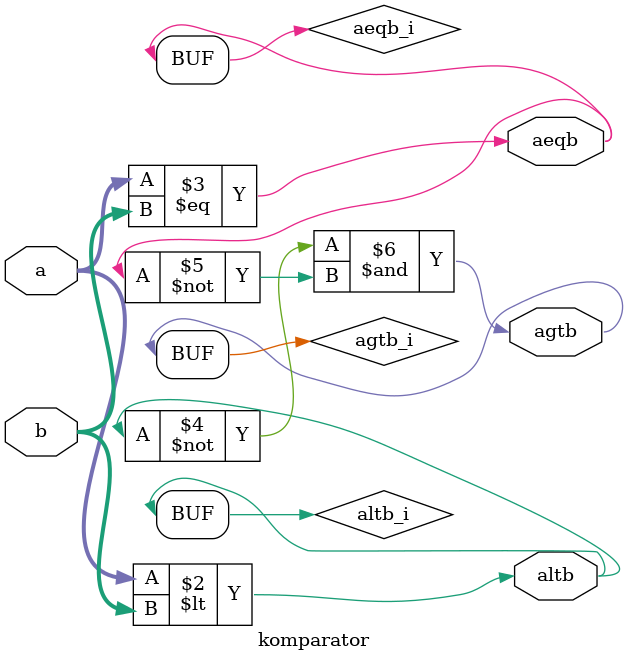
<source format=v>
module komparator
    #(
        parameter N=4
    )
    (
        input [N-1:0] a,b,
        output altb,aeqb,agtb
    );

    reg altb_i;
    reg aeqb_i;
    reg agtb_i;

    always @(*) begin
        altb_i = (a < b);
        aeqb_i = (a == b);
        agtb_i = (~altb_i) & (~aeqb_i);
    end

    assign altb = altb_i;
    assign aeqb = aeqb_i;
    assign agtb = agtb_i;

endmodule


</source>
